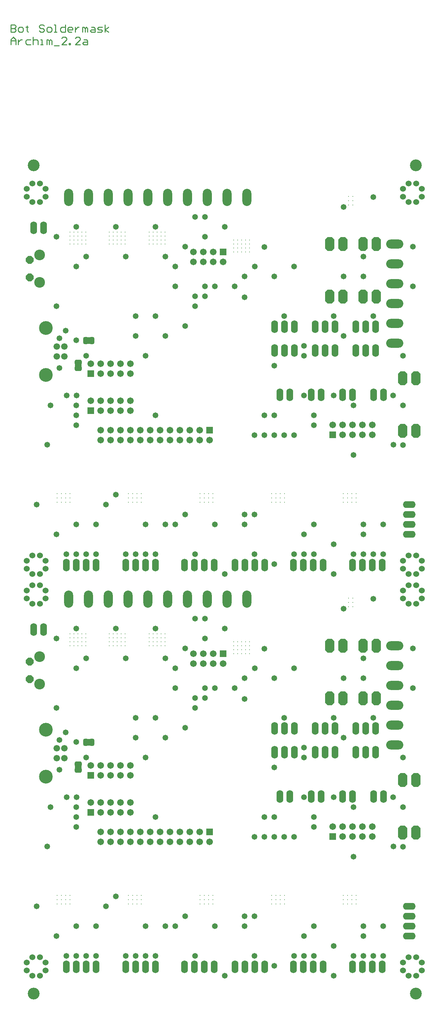
<source format=gbs>
G04*
G04 #@! TF.GenerationSoftware,Altium Limited,Altium Designer,18.1.9 (240)*
G04*
G04 Layer_Color=16711935*
%FSLAX25Y25*%
%MOIN*%
G70*
G01*
G75*
%ADD12C,0.01000*%
%ADD34C,0.06000*%
%ADD121C,0.05800*%
G04:AMPARAMS|DCode=257|XSize=118.74mil|YSize=118.74mil|CornerRadius=59.37mil|HoleSize=0mil|Usage=FLASHONLY|Rotation=90.000|XOffset=0mil|YOffset=0mil|HoleType=Round|Shape=RoundedRectangle|*
%AMROUNDEDRECTD257*
21,1,0.11874,0.00000,0,0,90.0*
21,1,0.00000,0.11874,0,0,90.0*
1,1,0.11874,0.00000,0.00000*
1,1,0.11874,0.00000,0.00000*
1,1,0.11874,0.00000,0.00000*
1,1,0.11874,0.00000,0.00000*
%
%ADD257ROUNDEDRECTD257*%
%ADD331O,0.17300X0.09050*%
G04:AMPARAMS|DCode=332|XSize=141mil|YSize=91mil|CornerRadius=0mil|HoleSize=0mil|Usage=FLASHONLY|Rotation=90.000|XOffset=0mil|YOffset=0mil|HoleType=Round|Shape=Octagon|*
%AMOCTAGOND332*
4,1,8,0.02275,0.07050,-0.02275,0.07050,-0.04550,0.04775,-0.04550,-0.04775,-0.02275,-0.07050,0.02275,-0.07050,0.04550,-0.04775,0.04550,0.04775,0.02275,0.07050,0.0*
%
%ADD332OCTAGOND332*%

%ADD333O,0.09050X0.17300*%
%ADD334P,0.08443X8X292.5*%
%ADD335C,0.10800*%
%ADD336C,0.06600*%
%ADD337C,0.13850*%
%ADD338O,0.06800X0.12800*%
%ADD339C,0.06706*%
%ADD340R,0.06706X0.06706*%
%ADD341O,0.12800X0.06800*%
%ADD342C,0.01000*%
%ADD343R,0.07045X0.03543*%
%ADD344R,0.03543X0.07045*%
G04:AMPARAMS|DCode=345|XSize=58mil|YSize=58mil|CornerRadius=29mil|HoleSize=0mil|Usage=FLASHONLY|Rotation=90.000|XOffset=0mil|YOffset=0mil|HoleType=Round|Shape=RoundedRectangle|*
%AMROUNDEDRECTD345*
21,1,0.05800,0.00000,0,0,90.0*
21,1,0.00000,0.05800,0,0,90.0*
1,1,0.05800,0.00000,0.00000*
1,1,0.05800,0.00000,0.00000*
1,1,0.05800,0.00000,0.00000*
1,1,0.05800,0.00000,0.00000*
%
%ADD345ROUNDEDRECTD345*%
G04:AMPARAMS|DCode=346|XSize=54mil|YSize=71mil|CornerRadius=15.5mil|HoleSize=0mil|Usage=FLASHONLY|Rotation=90.000|XOffset=0mil|YOffset=0mil|HoleType=Round|Shape=RoundedRectangle|*
%AMROUNDEDRECTD346*
21,1,0.05400,0.04000,0,0,90.0*
21,1,0.02300,0.07100,0,0,90.0*
1,1,0.03100,0.02000,0.01150*
1,1,0.03100,0.02000,-0.01150*
1,1,0.03100,-0.02000,-0.01150*
1,1,0.03100,-0.02000,0.01150*
%
%ADD346ROUNDEDRECTD346*%
G04:AMPARAMS|DCode=347|XSize=54mil|YSize=71mil|CornerRadius=15.5mil|HoleSize=0mil|Usage=FLASHONLY|Rotation=180.000|XOffset=0mil|YOffset=0mil|HoleType=Round|Shape=RoundedRectangle|*
%AMROUNDEDRECTD347*
21,1,0.05400,0.04000,0,0,180.0*
21,1,0.02300,0.07100,0,0,180.0*
1,1,0.03100,-0.01150,0.02000*
1,1,0.03100,0.01150,0.02000*
1,1,0.03100,0.01150,-0.02000*
1,1,0.03100,-0.01150,-0.02000*
%
%ADD347ROUNDEDRECTD347*%
G54D12*
X14869Y969840D02*
Y974838D01*
X17369Y977337D01*
X19868Y974838D01*
Y969840D01*
Y973589D01*
X14869D01*
X22367Y974838D02*
Y969840D01*
Y972339D01*
X23617Y973589D01*
X24866Y974838D01*
X26116D01*
X34863D02*
X31114D01*
X29865Y973589D01*
Y971089D01*
X31114Y969840D01*
X34863D01*
X37362Y977337D02*
Y969840D01*
Y973589D01*
X38612Y974838D01*
X41111D01*
X42360Y973589D01*
Y969840D01*
X44860D02*
X47359D01*
X46109D01*
Y974838D01*
X44860D01*
X51108Y969840D02*
Y974838D01*
X52357D01*
X53607Y973589D01*
Y969840D01*
Y973589D01*
X54856Y974838D01*
X56106Y973589D01*
Y969840D01*
X58605Y968590D02*
X63604D01*
X71101Y969840D02*
X66103D01*
X71101Y974838D01*
Y976088D01*
X69852Y977337D01*
X67352D01*
X66103Y976088D01*
X73601Y969840D02*
Y971089D01*
X74850D01*
Y969840D01*
X73601D01*
X84847D02*
X79848D01*
X84847Y974838D01*
Y976088D01*
X83597Y977337D01*
X81098D01*
X79848Y976088D01*
X88596Y974838D02*
X91095D01*
X92344Y973589D01*
Y969840D01*
X88596D01*
X87346Y971089D01*
X88596Y972339D01*
X92344D01*
X14869Y989837D02*
Y982340D01*
X18618D01*
X19868Y983589D01*
Y984839D01*
X18618Y986089D01*
X14869D01*
X18618D01*
X19868Y987338D01*
Y988588D01*
X18618Y989837D01*
X14869D01*
X23617Y982340D02*
X26116D01*
X27365Y983589D01*
Y986089D01*
X26116Y987338D01*
X23617D01*
X22367Y986089D01*
Y983589D01*
X23617Y982340D01*
X31114Y988588D02*
Y987338D01*
X29865D01*
X32364D01*
X31114D01*
Y983589D01*
X32364Y982340D01*
X48608Y988588D02*
X47359Y989837D01*
X44860D01*
X43610Y988588D01*
Y987338D01*
X44860Y986089D01*
X47359D01*
X48608Y984839D01*
Y983589D01*
X47359Y982340D01*
X44860D01*
X43610Y983589D01*
X52357Y982340D02*
X54856D01*
X56106Y983589D01*
Y986089D01*
X54856Y987338D01*
X52357D01*
X51108Y986089D01*
Y983589D01*
X52357Y982340D01*
X58605D02*
X61105D01*
X59855D01*
Y989837D01*
X58605D01*
X69852D02*
Y982340D01*
X66103D01*
X64853Y983589D01*
Y986089D01*
X66103Y987338D01*
X69852D01*
X76100Y982340D02*
X73601D01*
X72351Y983589D01*
Y986089D01*
X73601Y987338D01*
X76100D01*
X77349Y986089D01*
Y984839D01*
X72351D01*
X79848Y987338D02*
Y982340D01*
Y984839D01*
X81098Y986089D01*
X82348Y987338D01*
X83597D01*
X87346Y982340D02*
Y987338D01*
X88596D01*
X89845Y986089D01*
Y982340D01*
Y986089D01*
X91095Y987338D01*
X92344Y986089D01*
Y982340D01*
X96093Y987338D02*
X98592D01*
X99842Y986089D01*
Y982340D01*
X96093D01*
X94844Y983589D01*
X96093Y984839D01*
X99842D01*
X102341Y982340D02*
X106090D01*
X107340Y983589D01*
X106090Y984839D01*
X103591D01*
X102341Y986089D01*
X103591Y987338D01*
X107340D01*
X109839Y982340D02*
Y989837D01*
Y984839D02*
X113588Y987338D01*
X109839Y984839D02*
X113588Y982340D01*
G54D34*
X429843Y36457D02*
D03*
Y44331D02*
D03*
X424331Y49843D02*
D03*
X416457D02*
D03*
X410945Y44331D02*
D03*
Y36457D02*
D03*
X416457Y30945D02*
D03*
X424331D02*
D03*
X44331D02*
D03*
X36457D02*
D03*
X30945Y36457D02*
D03*
Y44331D02*
D03*
X36457Y49843D02*
D03*
X44331D02*
D03*
X49843Y44331D02*
D03*
Y36457D02*
D03*
X44331Y405945D02*
D03*
X36457D02*
D03*
X30945Y411457D02*
D03*
Y419331D02*
D03*
X36457Y424843D02*
D03*
X44331D02*
D03*
X49843Y419331D02*
D03*
Y411457D02*
D03*
X424331Y405945D02*
D03*
X416457D02*
D03*
X410945Y411457D02*
D03*
Y419331D02*
D03*
X416457Y424843D02*
D03*
X424331D02*
D03*
X429843Y419331D02*
D03*
Y411457D02*
D03*
Y441457D02*
D03*
Y449331D02*
D03*
X424331Y454843D02*
D03*
X416457D02*
D03*
X410945Y449331D02*
D03*
Y441457D02*
D03*
X416457Y435945D02*
D03*
X424331D02*
D03*
X44331D02*
D03*
X36457D02*
D03*
X30945Y441457D02*
D03*
Y449331D02*
D03*
X36457Y454843D02*
D03*
X44331D02*
D03*
X49843Y449331D02*
D03*
Y441457D02*
D03*
X44331Y810945D02*
D03*
X36457D02*
D03*
X30945Y816457D02*
D03*
Y824331D02*
D03*
X36457Y829842D02*
D03*
X44331D02*
D03*
X49843Y824331D02*
D03*
Y816457D02*
D03*
X424331Y810945D02*
D03*
X416457D02*
D03*
X410945Y816457D02*
D03*
Y824331D02*
D03*
X416457Y829842D02*
D03*
X424331D02*
D03*
X429843Y824331D02*
D03*
Y816457D02*
D03*
G54D121*
X63994Y268742D02*
D03*
X70294Y276494D02*
D03*
X310894Y261142D02*
D03*
X300894Y171142D02*
D03*
X370894Y351142D02*
D03*
X130894Y51142D02*
D03*
X280894Y241142D02*
D03*
X340894Y291142D02*
D03*
X310894Y251142D02*
D03*
X380894Y291142D02*
D03*
X350894Y271142D02*
D03*
X270894Y360842D02*
D03*
X250894Y331142D02*
D03*
X390894Y51142D02*
D03*
X380894D02*
D03*
X370894D02*
D03*
X390894Y81142D02*
D03*
X370894D02*
D03*
Y71142D02*
D03*
X340894Y61142D02*
D03*
Y31142D02*
D03*
X320894Y51142D02*
D03*
X310894D02*
D03*
X300894D02*
D03*
X350894Y331142D02*
D03*
X370894D02*
D03*
X420894Y321142D02*
D03*
X350894Y401142D02*
D03*
X410894Y201142D02*
D03*
X63994Y238742D02*
D03*
X80807Y266791D02*
D03*
X200894Y391142D02*
D03*
X410894Y161142D02*
D03*
Y251142D02*
D03*
X210894Y391142D02*
D03*
X60894Y371142D02*
D03*
X280894Y331142D02*
D03*
X300894Y341142D02*
D03*
X270894Y171142D02*
D03*
X260894D02*
D03*
X80894Y381142D02*
D03*
X120894D02*
D03*
X160894D02*
D03*
X420894Y361142D02*
D03*
X230894Y31142D02*
D03*
X200894Y51142D02*
D03*
X280894Y41142D02*
D03*
X260894Y51142D02*
D03*
X280894Y191142D02*
D03*
X290894Y291142D02*
D03*
X190894Y281142D02*
D03*
X220894Y321142D02*
D03*
X210894Y311142D02*
D03*
Y321142D02*
D03*
X160894Y51142D02*
D03*
X150894D02*
D03*
X140894D02*
D03*
X100894D02*
D03*
X90894D02*
D03*
X80894D02*
D03*
X70901Y51149D02*
D03*
X100894Y81142D02*
D03*
X80894D02*
D03*
X60894Y71142D02*
D03*
X40894Y101142D02*
D03*
X170894Y81142D02*
D03*
X150894D02*
D03*
X120894Y111142D02*
D03*
X110894Y101142D02*
D03*
X250894Y81142D02*
D03*
X220894D02*
D03*
X190894Y91142D02*
D03*
X180894Y81142D02*
D03*
X320894D02*
D03*
X310894Y71142D02*
D03*
X260894Y91142D02*
D03*
X250894D02*
D03*
X320894Y181142D02*
D03*
X280894Y171142D02*
D03*
X270894Y191142D02*
D03*
X320894D02*
D03*
X290894Y171142D02*
D03*
X360894Y201142D02*
D03*
X340894Y211142D02*
D03*
X310894D02*
D03*
X250894Y309994D02*
D03*
X160894Y191142D02*
D03*
X81102Y211142D02*
D03*
X80894Y191142D02*
D03*
X400894Y211142D02*
D03*
X150894Y251142D02*
D03*
X51494Y161394D02*
D03*
X80894Y201142D02*
D03*
Y181142D02*
D03*
X54894Y201142D02*
D03*
X71102Y211142D02*
D03*
X90894Y251142D02*
D03*
X140894Y271142D02*
D03*
X170894D02*
D03*
X200894Y301142D02*
D03*
X180894Y321142D02*
D03*
X240894D02*
D03*
X210894Y371142D02*
D03*
X160894Y291142D02*
D03*
X140894D02*
D03*
X180894Y341142D02*
D03*
X190894Y361142D02*
D03*
X170894Y351142D02*
D03*
X130894D02*
D03*
X90894D02*
D03*
X80894Y341142D02*
D03*
X60894Y301142D02*
D03*
X360894Y51142D02*
D03*
X200894Y311142D02*
D03*
X230894Y381142D02*
D03*
X63994Y673742D02*
D03*
X70294Y681494D02*
D03*
X310894Y666142D02*
D03*
X300894Y576142D02*
D03*
X370894Y756142D02*
D03*
X130894Y456142D02*
D03*
X280894Y646142D02*
D03*
X340894Y696142D02*
D03*
X310894Y656142D02*
D03*
X380894Y696142D02*
D03*
X350894Y676142D02*
D03*
X270894Y765842D02*
D03*
X250894Y736142D02*
D03*
X390894Y456142D02*
D03*
X380894D02*
D03*
X370894D02*
D03*
X390894Y486142D02*
D03*
X370894D02*
D03*
Y476142D02*
D03*
X340894Y466142D02*
D03*
Y436142D02*
D03*
X320894Y456142D02*
D03*
X310894D02*
D03*
X300894D02*
D03*
X350894Y736142D02*
D03*
X370894D02*
D03*
X420894Y726142D02*
D03*
X350894Y806142D02*
D03*
X410894Y606142D02*
D03*
X63994Y643742D02*
D03*
X80807Y671791D02*
D03*
X200894Y796142D02*
D03*
X410894Y566142D02*
D03*
Y656142D02*
D03*
X210894Y796142D02*
D03*
X60894Y776142D02*
D03*
X280894Y736142D02*
D03*
X300894Y746142D02*
D03*
X270894Y576142D02*
D03*
X260894D02*
D03*
X80894Y786142D02*
D03*
X120894D02*
D03*
X160894D02*
D03*
X420894Y766142D02*
D03*
X230894Y436142D02*
D03*
X200894Y456142D02*
D03*
X280894Y446142D02*
D03*
X260894Y456142D02*
D03*
X280894Y596142D02*
D03*
X290894Y696142D02*
D03*
X190894Y686142D02*
D03*
X220894Y726142D02*
D03*
X210894Y716142D02*
D03*
Y726142D02*
D03*
X160894Y456142D02*
D03*
X150894D02*
D03*
X140894D02*
D03*
X100894D02*
D03*
X90894D02*
D03*
X80894D02*
D03*
X70901Y456149D02*
D03*
X100894Y486142D02*
D03*
X80894D02*
D03*
X60894Y476142D02*
D03*
X40894Y506142D02*
D03*
X170894Y486142D02*
D03*
X150894D02*
D03*
X120894Y516142D02*
D03*
X110894Y506142D02*
D03*
X250894Y486142D02*
D03*
X220894D02*
D03*
X190894Y496142D02*
D03*
X180894Y486142D02*
D03*
X320894D02*
D03*
X310894Y476142D02*
D03*
X260894Y496142D02*
D03*
X250894D02*
D03*
X320894Y586142D02*
D03*
X280894Y576142D02*
D03*
X270894Y596142D02*
D03*
X320894D02*
D03*
X290894Y576142D02*
D03*
X360894Y606142D02*
D03*
X340894Y616142D02*
D03*
X310894D02*
D03*
X250894Y714994D02*
D03*
X160894Y596142D02*
D03*
X81102Y616142D02*
D03*
X80894Y596142D02*
D03*
X400894Y616142D02*
D03*
X150894Y656142D02*
D03*
X51494Y566394D02*
D03*
X80894Y606142D02*
D03*
Y586142D02*
D03*
X54894Y606142D02*
D03*
X71102Y616142D02*
D03*
X90894Y656142D02*
D03*
X140894Y676142D02*
D03*
X170894D02*
D03*
X200894Y706142D02*
D03*
X180894Y726142D02*
D03*
X240894D02*
D03*
X210894Y776142D02*
D03*
X160894Y696142D02*
D03*
X140894D02*
D03*
X180894Y746142D02*
D03*
X190894Y766142D02*
D03*
X170894Y756142D02*
D03*
X130894D02*
D03*
X90894D02*
D03*
X80894Y746142D02*
D03*
X60894Y706142D02*
D03*
X360894Y456142D02*
D03*
X200894Y716142D02*
D03*
X230894Y786142D02*
D03*
G54D257*
X37894Y847974D02*
D03*
X423780D02*
D03*
Y13189D02*
D03*
X37894Y12894D02*
D03*
G54D331*
X402457Y343642D02*
D03*
Y363642D02*
D03*
Y323642D02*
D03*
Y303642D02*
D03*
Y283642D02*
D03*
Y263642D02*
D03*
Y748642D02*
D03*
Y768642D02*
D03*
Y728642D02*
D03*
Y708642D02*
D03*
Y688642D02*
D03*
Y668642D02*
D03*
G54D332*
X336894Y310794D02*
D03*
X350294D02*
D03*
Y363794D02*
D03*
X336894D02*
D03*
X370494D02*
D03*
X383894D02*
D03*
Y310794D02*
D03*
X370494D02*
D03*
X423826Y228272D02*
D03*
X410426D02*
D03*
Y175272D02*
D03*
X423826D02*
D03*
X336894Y715794D02*
D03*
X350294D02*
D03*
Y768794D02*
D03*
X336894D02*
D03*
X370494D02*
D03*
X383894D02*
D03*
Y715794D02*
D03*
X370494D02*
D03*
X423826Y633272D02*
D03*
X410426D02*
D03*
Y580272D02*
D03*
X423826D02*
D03*
G54D333*
X253394Y410594D02*
D03*
X233394D02*
D03*
X213394D02*
D03*
X193394D02*
D03*
X173394D02*
D03*
X153394D02*
D03*
X133394D02*
D03*
X113394D02*
D03*
X93394D02*
D03*
X73394D02*
D03*
X253394Y815594D02*
D03*
X233394D02*
D03*
X213394D02*
D03*
X193394D02*
D03*
X173394D02*
D03*
X153394D02*
D03*
X133394D02*
D03*
X113394D02*
D03*
X93394D02*
D03*
X73394D02*
D03*
G54D334*
X33994Y347794D02*
D03*
Y329994D02*
D03*
Y752794D02*
D03*
Y734994D02*
D03*
G54D335*
X43794Y352694D02*
D03*
Y325094D02*
D03*
Y757694D02*
D03*
Y730094D02*
D03*
G54D336*
X68994Y250394D02*
D03*
Y260315D02*
D03*
X61094D02*
D03*
Y250394D02*
D03*
X68994Y655394D02*
D03*
Y665315D02*
D03*
X61094D02*
D03*
Y655394D02*
D03*
G54D337*
X50394Y279016D02*
D03*
Y231694D02*
D03*
Y684016D02*
D03*
Y636694D02*
D03*
G54D338*
X301094Y256294D02*
D03*
X291094D02*
D03*
X281094D02*
D03*
X318394Y211694D02*
D03*
X328394D02*
D03*
X359894Y39894D02*
D03*
X369894D02*
D03*
X379894D02*
D03*
X389894D02*
D03*
X47794Y379894D02*
D03*
X37794D02*
D03*
X363194Y256294D02*
D03*
X373194D02*
D03*
X383194D02*
D03*
X322144D02*
D03*
X332144D02*
D03*
X342144D02*
D03*
X383194Y280294D02*
D03*
X373194D02*
D03*
X363194D02*
D03*
X342144D02*
D03*
X332144D02*
D03*
X322144D02*
D03*
X301094D02*
D03*
X291094D02*
D03*
X281094D02*
D03*
X391194Y211694D02*
D03*
X381194D02*
D03*
X359894D02*
D03*
X349894D02*
D03*
X296694D02*
D03*
X286694D02*
D03*
X330394Y39894D02*
D03*
X320394D02*
D03*
X310394D02*
D03*
X300394D02*
D03*
X271394D02*
D03*
X261394D02*
D03*
X251394D02*
D03*
X241394D02*
D03*
X220394D02*
D03*
X210394D02*
D03*
X200394D02*
D03*
X190394D02*
D03*
X160894D02*
D03*
X150894D02*
D03*
X140894D02*
D03*
X130894D02*
D03*
X100894D02*
D03*
X90894D02*
D03*
X80894D02*
D03*
X70894D02*
D03*
X301094Y661294D02*
D03*
X291094D02*
D03*
X281094D02*
D03*
X318394Y616694D02*
D03*
X328394D02*
D03*
X359894Y444894D02*
D03*
X369894D02*
D03*
X379894D02*
D03*
X389894D02*
D03*
X47794Y784894D02*
D03*
X37794D02*
D03*
X363194Y661294D02*
D03*
X373194D02*
D03*
X383194D02*
D03*
X322144D02*
D03*
X332144D02*
D03*
X342144D02*
D03*
X383194Y685294D02*
D03*
X373194D02*
D03*
X363194D02*
D03*
X342144D02*
D03*
X332144D02*
D03*
X322144D02*
D03*
X301094D02*
D03*
X291094D02*
D03*
X281094D02*
D03*
X391194Y616694D02*
D03*
X381194D02*
D03*
X359894D02*
D03*
X349894D02*
D03*
X296694D02*
D03*
X286694D02*
D03*
X330394Y444894D02*
D03*
X320394D02*
D03*
X310394D02*
D03*
X300394D02*
D03*
X271394D02*
D03*
X261394D02*
D03*
X251394D02*
D03*
X241394D02*
D03*
X220394D02*
D03*
X210394D02*
D03*
X200394D02*
D03*
X190394D02*
D03*
X160894D02*
D03*
X150894D02*
D03*
X140894D02*
D03*
X130894D02*
D03*
X100894D02*
D03*
X90894D02*
D03*
X80894D02*
D03*
X70894D02*
D03*
G54D339*
X105494Y165994D02*
D03*
Y175994D02*
D03*
X115494Y165994D02*
D03*
Y175994D02*
D03*
X125494Y165994D02*
D03*
Y175994D02*
D03*
X135494Y165994D02*
D03*
Y175994D02*
D03*
X145494Y165994D02*
D03*
Y175994D02*
D03*
X155494Y165994D02*
D03*
Y175994D02*
D03*
X165494Y165994D02*
D03*
Y175994D02*
D03*
X175494Y165994D02*
D03*
Y175994D02*
D03*
X185494Y165994D02*
D03*
Y175994D02*
D03*
X195494Y165994D02*
D03*
Y175994D02*
D03*
X205494Y165994D02*
D03*
Y175994D02*
D03*
X215494Y165994D02*
D03*
X229194Y345694D02*
D03*
X219194Y355694D02*
D03*
Y345694D02*
D03*
X209194Y355694D02*
D03*
Y345694D02*
D03*
X199194Y355694D02*
D03*
Y345694D02*
D03*
X339870Y181280D02*
D03*
X349870Y171280D02*
D03*
Y181280D02*
D03*
X359870Y171280D02*
D03*
Y181280D02*
D03*
X369870Y171280D02*
D03*
Y181280D02*
D03*
X379870Y171280D02*
D03*
Y181280D02*
D03*
X135694Y205694D02*
D03*
Y195694D02*
D03*
X125694Y205694D02*
D03*
Y195694D02*
D03*
X115694Y205694D02*
D03*
Y195694D02*
D03*
X105694Y205694D02*
D03*
Y195694D02*
D03*
X95694Y205694D02*
D03*
X135694Y243187D02*
D03*
Y233187D02*
D03*
X125694Y243187D02*
D03*
Y233187D02*
D03*
X115694Y243187D02*
D03*
Y233187D02*
D03*
X105694Y243187D02*
D03*
Y233187D02*
D03*
X95694Y243187D02*
D03*
X105494Y570994D02*
D03*
Y580994D02*
D03*
X115494Y570994D02*
D03*
Y580994D02*
D03*
X125494Y570994D02*
D03*
Y580994D02*
D03*
X135494Y570994D02*
D03*
Y580994D02*
D03*
X145494Y570994D02*
D03*
Y580994D02*
D03*
X155494Y570994D02*
D03*
Y580994D02*
D03*
X165494Y570994D02*
D03*
Y580994D02*
D03*
X175494Y570994D02*
D03*
Y580994D02*
D03*
X185494Y570994D02*
D03*
Y580994D02*
D03*
X195494Y570994D02*
D03*
Y580994D02*
D03*
X205494Y570994D02*
D03*
Y580994D02*
D03*
X215494Y570994D02*
D03*
X229194Y750694D02*
D03*
X219194Y760694D02*
D03*
Y750694D02*
D03*
X209194Y760694D02*
D03*
Y750694D02*
D03*
X199194Y760694D02*
D03*
Y750694D02*
D03*
X339870Y586280D02*
D03*
X349870Y576280D02*
D03*
Y586280D02*
D03*
X359870Y576280D02*
D03*
Y586280D02*
D03*
X369870Y576280D02*
D03*
Y586280D02*
D03*
X379870Y576280D02*
D03*
Y586280D02*
D03*
X135694Y610694D02*
D03*
Y600694D02*
D03*
X125694Y610694D02*
D03*
Y600694D02*
D03*
X115694Y610694D02*
D03*
Y600694D02*
D03*
X105694Y610694D02*
D03*
Y600694D02*
D03*
X95694Y610694D02*
D03*
X135694Y648187D02*
D03*
Y638187D02*
D03*
X125694Y648187D02*
D03*
Y638187D02*
D03*
X115694Y648187D02*
D03*
Y638187D02*
D03*
X105694Y648187D02*
D03*
Y638187D02*
D03*
X95694Y648187D02*
D03*
G54D340*
X215494Y175994D02*
D03*
X229194Y355694D02*
D03*
X339870Y171280D02*
D03*
X95694Y195694D02*
D03*
Y233187D02*
D03*
X215494Y580994D02*
D03*
X229194Y760694D02*
D03*
X339870Y576280D02*
D03*
X95694Y600694D02*
D03*
Y638187D02*
D03*
G54D341*
X417194Y100894D02*
D03*
Y90894D02*
D03*
Y80894D02*
D03*
Y70894D02*
D03*
Y505894D02*
D03*
Y495894D02*
D03*
Y485894D02*
D03*
Y475894D02*
D03*
G54D342*
X162494Y371594D02*
D03*
Y375594D02*
D03*
Y367594D02*
D03*
Y363594D02*
D03*
X158494D02*
D03*
X154494D02*
D03*
Y367594D02*
D03*
X158494D02*
D03*
Y371594D02*
D03*
X154494D02*
D03*
Y375594D02*
D03*
X158494D02*
D03*
X166494D02*
D03*
X170494D02*
D03*
Y371594D02*
D03*
X166494D02*
D03*
Y367594D02*
D03*
X170494D02*
D03*
Y363594D02*
D03*
X166494D02*
D03*
X122394Y371594D02*
D03*
Y375594D02*
D03*
Y367594D02*
D03*
Y363594D02*
D03*
X118394D02*
D03*
X114394D02*
D03*
Y367594D02*
D03*
X118394D02*
D03*
Y371594D02*
D03*
X114394D02*
D03*
Y375594D02*
D03*
X118394D02*
D03*
X126394D02*
D03*
X130394D02*
D03*
Y371594D02*
D03*
X126394D02*
D03*
Y367594D02*
D03*
X130394D02*
D03*
Y363594D02*
D03*
X126394D02*
D03*
X248043D02*
D03*
Y367594D02*
D03*
Y359594D02*
D03*
Y355594D02*
D03*
X244043D02*
D03*
X240043D02*
D03*
Y359594D02*
D03*
X244043D02*
D03*
Y363594D02*
D03*
X240043D02*
D03*
Y367594D02*
D03*
X244043D02*
D03*
X252043D02*
D03*
X256043D02*
D03*
Y363594D02*
D03*
X252043D02*
D03*
Y359594D02*
D03*
X256043D02*
D03*
Y355594D02*
D03*
X252043D02*
D03*
X82543Y371594D02*
D03*
Y375594D02*
D03*
Y367594D02*
D03*
Y363594D02*
D03*
X78543D02*
D03*
X74543D02*
D03*
Y367594D02*
D03*
X78543D02*
D03*
Y371594D02*
D03*
X74543D02*
D03*
Y375594D02*
D03*
X78543D02*
D03*
X86543D02*
D03*
X90543D02*
D03*
Y371594D02*
D03*
X86543D02*
D03*
Y367594D02*
D03*
X90543D02*
D03*
Y363594D02*
D03*
X86543D02*
D03*
X205970Y103327D02*
D03*
X218962Y111988D02*
D03*
Y107658D02*
D03*
Y103327D02*
D03*
X214632Y111988D02*
D03*
Y107658D02*
D03*
Y103327D02*
D03*
X210301Y111988D02*
D03*
Y107658D02*
D03*
Y103327D02*
D03*
X205970Y111988D02*
D03*
Y107658D02*
D03*
X355963Y411742D02*
D03*
X360294D02*
D03*
X355963Y407412D02*
D03*
X360294D02*
D03*
X355963Y403081D02*
D03*
X360294D02*
D03*
X61482Y107658D02*
D03*
Y111988D02*
D03*
X65813Y103327D02*
D03*
Y107658D02*
D03*
Y111988D02*
D03*
X70143Y103327D02*
D03*
Y107658D02*
D03*
Y111988D02*
D03*
X74474Y103327D02*
D03*
Y107658D02*
D03*
Y111988D02*
D03*
X61482Y103327D02*
D03*
X278214D02*
D03*
X291206Y111988D02*
D03*
Y107658D02*
D03*
Y103327D02*
D03*
X286876Y111988D02*
D03*
Y107658D02*
D03*
Y103327D02*
D03*
X282545Y111988D02*
D03*
Y107658D02*
D03*
Y103327D02*
D03*
X278214Y111988D02*
D03*
Y107658D02*
D03*
X350458D02*
D03*
Y111988D02*
D03*
X354789Y103327D02*
D03*
Y107658D02*
D03*
Y111988D02*
D03*
X359120Y103327D02*
D03*
Y107658D02*
D03*
Y111988D02*
D03*
X363450Y103327D02*
D03*
Y107658D02*
D03*
Y111988D02*
D03*
X350458Y103327D02*
D03*
X133726D02*
D03*
X146718Y111988D02*
D03*
Y107658D02*
D03*
Y103327D02*
D03*
X142387Y111988D02*
D03*
Y107658D02*
D03*
Y103327D02*
D03*
X138057Y111988D02*
D03*
Y107658D02*
D03*
Y103327D02*
D03*
X133726Y111988D02*
D03*
Y107658D02*
D03*
X162494Y776594D02*
D03*
Y780594D02*
D03*
Y772594D02*
D03*
Y768594D02*
D03*
X158494D02*
D03*
X154494D02*
D03*
Y772594D02*
D03*
X158494D02*
D03*
Y776594D02*
D03*
X154494D02*
D03*
Y780594D02*
D03*
X158494D02*
D03*
X166494D02*
D03*
X170494D02*
D03*
Y776594D02*
D03*
X166494D02*
D03*
Y772594D02*
D03*
X170494D02*
D03*
Y768594D02*
D03*
X166494D02*
D03*
X122394Y776594D02*
D03*
Y780594D02*
D03*
Y772594D02*
D03*
Y768594D02*
D03*
X118394D02*
D03*
X114394D02*
D03*
Y772594D02*
D03*
X118394D02*
D03*
Y776594D02*
D03*
X114394D02*
D03*
Y780594D02*
D03*
X118394D02*
D03*
X126394D02*
D03*
X130394D02*
D03*
Y776594D02*
D03*
X126394D02*
D03*
Y772594D02*
D03*
X130394D02*
D03*
Y768594D02*
D03*
X126394D02*
D03*
X248043D02*
D03*
Y772594D02*
D03*
Y764594D02*
D03*
Y760594D02*
D03*
X244043D02*
D03*
X240043D02*
D03*
Y764594D02*
D03*
X244043D02*
D03*
Y768594D02*
D03*
X240043D02*
D03*
Y772594D02*
D03*
X244043D02*
D03*
X252043D02*
D03*
X256043D02*
D03*
Y768594D02*
D03*
X252043D02*
D03*
Y764594D02*
D03*
X256043D02*
D03*
Y760594D02*
D03*
X252043D02*
D03*
X82543Y776594D02*
D03*
Y780594D02*
D03*
Y772594D02*
D03*
Y768594D02*
D03*
X78543D02*
D03*
X74543D02*
D03*
Y772594D02*
D03*
X78543D02*
D03*
Y776594D02*
D03*
X74543D02*
D03*
Y780594D02*
D03*
X78543D02*
D03*
X86543D02*
D03*
X90543D02*
D03*
Y776594D02*
D03*
X86543D02*
D03*
Y772594D02*
D03*
X90543D02*
D03*
Y768594D02*
D03*
X86543D02*
D03*
X205970Y508327D02*
D03*
X218962Y516988D02*
D03*
Y512658D02*
D03*
Y508327D02*
D03*
X214632Y516988D02*
D03*
Y512658D02*
D03*
Y508327D02*
D03*
X210301Y516988D02*
D03*
Y512658D02*
D03*
Y508327D02*
D03*
X205970Y516988D02*
D03*
Y512658D02*
D03*
X355963Y816743D02*
D03*
X360294D02*
D03*
X355963Y812412D02*
D03*
X360294D02*
D03*
X355963Y808081D02*
D03*
X360294D02*
D03*
X61482Y512658D02*
D03*
Y516988D02*
D03*
X65813Y508327D02*
D03*
Y512658D02*
D03*
Y516988D02*
D03*
X70143Y508327D02*
D03*
Y512658D02*
D03*
Y516988D02*
D03*
X74474Y508327D02*
D03*
Y512658D02*
D03*
Y516988D02*
D03*
X61482Y508327D02*
D03*
X278214D02*
D03*
X291206Y516988D02*
D03*
Y512658D02*
D03*
Y508327D02*
D03*
X286876Y516988D02*
D03*
Y512658D02*
D03*
Y508327D02*
D03*
X282545Y516988D02*
D03*
Y512658D02*
D03*
Y508327D02*
D03*
X278214Y516988D02*
D03*
Y512658D02*
D03*
X350458D02*
D03*
Y516988D02*
D03*
X354789Y508327D02*
D03*
Y512658D02*
D03*
Y516988D02*
D03*
X359120Y508327D02*
D03*
Y512658D02*
D03*
Y516988D02*
D03*
X363450Y508327D02*
D03*
Y512658D02*
D03*
Y516988D02*
D03*
X350458Y508327D02*
D03*
X133726D02*
D03*
X146718Y516988D02*
D03*
Y512658D02*
D03*
Y508327D02*
D03*
X142387Y516988D02*
D03*
Y512658D02*
D03*
Y508327D02*
D03*
X138057Y516988D02*
D03*
Y512658D02*
D03*
Y508327D02*
D03*
X133726Y516988D02*
D03*
Y512658D02*
D03*
G54D343*
X83050Y241358D02*
D03*
Y646358D02*
D03*
G54D344*
X93504Y266534D02*
D03*
Y671534D02*
D03*
G54D345*
X261317Y341031D02*
D03*
X380894Y411142D02*
D03*
X401221Y161319D02*
D03*
X360894Y151142D02*
D03*
X261317Y746031D02*
D03*
X380894Y816142D02*
D03*
X401221Y566319D02*
D03*
X360894Y556142D02*
D03*
G54D346*
X82972Y238457D02*
D03*
Y244457D02*
D03*
Y643457D02*
D03*
Y649457D02*
D03*
G54D347*
X96406Y266457D02*
D03*
X90405D02*
D03*
X96406Y671457D02*
D03*
X90405D02*
D03*
M02*

</source>
